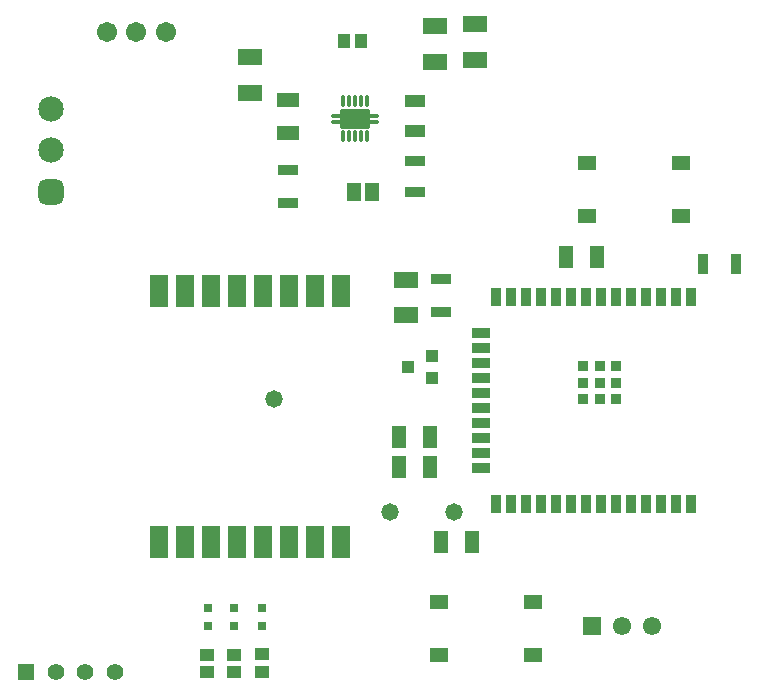
<source format=gts>
%FSTAX23Y23*%
%MOIN*%
%SFA1B1*%

%IPPOS*%
%AMD38*
4,1,8,-0.019500,0.003500,-0.019500,-0.003500,-0.014700,-0.008300,0.014700,-0.008300,0.019500,-0.003500,0.019500,0.003500,0.014700,0.008300,-0.014700,0.008300,-0.019500,0.003500,0.0*
1,1,0.009480,-0.014700,0.003500*
1,1,0.009480,-0.014700,-0.003500*
1,1,0.009480,0.014700,-0.003500*
1,1,0.009480,0.014700,0.003500*
%
%AMD39*
4,1,8,0.003500,0.019500,-0.003500,0.019500,-0.008300,0.014700,-0.008300,-0.014700,-0.003500,-0.019500,0.003500,-0.019500,0.008300,-0.014700,0.008300,0.014700,0.003500,0.019500,0.0*
1,1,0.009480,0.003500,0.014700*
1,1,0.009480,-0.003500,0.014700*
1,1,0.009480,-0.003500,-0.014700*
1,1,0.009480,0.003500,-0.014700*
%
%AMD40*
4,1,8,0.050000,-0.028600,0.050000,0.028600,0.045400,0.033200,-0.045400,0.033200,-0.050000,0.028600,-0.050000,-0.028600,-0.045400,-0.033200,0.045400,-0.033200,0.050000,-0.028600,0.0*
1,1,0.009180,0.045400,-0.028600*
1,1,0.009180,0.045400,0.028600*
1,1,0.009180,-0.045400,0.028600*
1,1,0.009180,-0.045400,-0.028600*
%
%AMD51*
4,1,8,-0.042400,0.019200,-0.042400,-0.019200,-0.019200,-0.042400,0.019200,-0.042400,0.042400,-0.019200,0.042400,0.019200,0.019200,0.042400,-0.019200,0.042400,-0.042400,0.019200,0.0*
1,1,0.046380,-0.019200,0.019200*
1,1,0.046380,-0.019200,-0.019200*
1,1,0.046380,0.019200,-0.019200*
1,1,0.046380,0.019200,0.019200*
%
%ADD17R,0.035430X0.059060*%
%ADD18R,0.059060X0.035430*%
%ADD19R,0.035430X0.035430*%
%ADD20R,0.070870X0.041340*%
%ADD21R,0.065280X0.037640*%
%ADD27R,0.066930X0.037400*%
%ADD28R,0.037400X0.066930*%
%ADD29R,0.031500X0.031500*%
%ADD30R,0.061020X0.051180*%
%ADD34R,0.039610X0.051510*%
%ADD35R,0.078870X0.053280*%
%ADD36R,0.051310X0.074930*%
%ADD37R,0.072960X0.051310*%
G04~CAMADD=38~8~0.0~0.0~165.4~389.8~47.4~0.0~15~0.0~0.0~0.0~0.0~0~0.0~0.0~0.0~0.0~0~0.0~0.0~0.0~90.0~390.0~166.0*
%ADD38D38*%
G04~CAMADD=39~8~0.0~0.0~165.4~389.8~47.4~0.0~15~0.0~0.0~0.0~0.0~0~0.0~0.0~0.0~0.0~0~0.0~0.0~0.0~0.0~165.4~389.8*
%ADD39D39*%
G04~CAMADD=40~8~0.0~0.0~664.7~1000.0~45.9~0.0~15~0.0~0.0~0.0~0.0~0~0.0~0.0~0.0~0.0~0~0.0~0.0~0.0~270.0~1000.0~664.0*
%ADD40D40*%
%ADD41R,0.059180X0.106420*%
%ADD42R,0.043430X0.039500*%
%ADD43R,0.049340X0.043430*%
%ADD44R,0.047370X0.061150*%
%ADD45C,0.055120*%
%ADD46R,0.055120X0.055120*%
%ADD47C,0.067060*%
%ADD48R,0.061020X0.061020*%
%ADD49C,0.061020*%
%ADD50C,0.084770*%
G04~CAMADD=51~8~0.0~0.0~847.7~847.7~231.9~0.0~15~0.0~0.0~0.0~0.0~0~0.0~0.0~0.0~0.0~0~0.0~0.0~0.0~90.0~848.0~848.0*
%ADD51D51*%
%ADD52C,0.058000*%
%ADD53C,0.027690*%
%ADD54C,0.028000*%
%LNmblps_transreceiver_pcb_2-1*%
%LPD*%
G54D17*
X02268Y01365D03*
X02318D03*
X02218D03*
X02168D03*
X02118D03*
X02068D03*
X02018D03*
X01968D03*
X01918D03*
X01868D03*
X01818D03*
X01768D03*
X01718D03*
X01668D03*
Y00676D03*
X01718D03*
X01768D03*
X01818D03*
X01868D03*
X01918D03*
X01968D03*
X02018D03*
X02068D03*
X02118D03*
X02168D03*
X02218D03*
X02268D03*
X02318D03*
G54D18*
X01619Y01245D03*
Y01195D03*
Y01145D03*
Y01095D03*
Y01045D03*
Y00995D03*
Y00945D03*
Y00895D03*
Y00845D03*
Y00795D03*
G54D19*
X0207Y01135D03*
Y0108D03*
Y01025D03*
X02014Y01135D03*
Y0108D03*
Y01025D03*
X01959Y01135D03*
Y0108D03*
Y01025D03*
G54D20*
X014Y0202D03*
Y01919D03*
G54D21*
X014Y01715D03*
Y01819D03*
G54D27*
X01485Y01425D03*
Y01314D03*
X00975Y0179D03*
Y01679D03*
G54D28*
X0247Y01475D03*
X02359D03*
G54D29*
X0071Y0027D03*
Y00329D03*
X0089Y0027D03*
Y00329D03*
X00795Y0027D03*
Y00329D03*
G54D30*
X02286Y01636D03*
X01973D03*
X02286Y01813D03*
X01973D03*
X01791Y00171D03*
X01478D03*
X01791Y00348D03*
X01478D03*
G54D34*
X01218Y0222D03*
X01161D03*
G54D35*
X01465Y02269D03*
Y0215D03*
X016Y02274D03*
Y02155D03*
X0085Y02164D03*
Y02045D03*
X0137Y01423D03*
Y01305D03*
G54D36*
X01447Y009D03*
X01345D03*
X02006Y015D03*
X01903D03*
X01447Y008D03*
X01345D03*
X01587Y0055D03*
X01485D03*
G54D37*
X00975Y01911D03*
Y02023D03*
G54D38*
X0126Y0197D03*
Y0195D03*
X0114Y0197D03*
Y0195D03*
G54D39*
X01239Y01901D03*
X01219D03*
X012D03*
X0118D03*
X0116D03*
Y02018D03*
X0118D03*
X012D03*
X01219D03*
X01239D03*
G54D40*
X012Y0196D03*
G54D41*
X01151Y0055D03*
Y01385D03*
X01064D03*
X00978D03*
X00891D03*
X00804D03*
X00718D03*
X00631D03*
X00545D03*
X01064Y0055D03*
X00978D03*
X00891D03*
X00804D03*
X00718D03*
X00631D03*
X00545D03*
G54D42*
X01376Y01132D03*
X01455Y0117D03*
Y01095D03*
G54D43*
X00705Y00173D03*
Y00116D03*
X0089Y00175D03*
Y00117D03*
X00795Y00173D03*
Y00116D03*
G54D44*
X01254Y01715D03*
X01195D03*
G54D45*
X00398Y00115D03*
X003D03*
X00201D03*
G54D46*
X00103Y00115D03*
G54D47*
X00371Y0225D03*
X0047D03*
X00568D03*
G54D48*
X0199Y0027D03*
G54D49*
X0209Y0027D03*
X0219D03*
G54D50*
X00186Y01855D03*
Y01992D03*
G54D51*
X00186Y01717D03*
G54D52*
X0093Y01025D03*
X01315Y0065D03*
X0153D03*
G54D53*
X0117Y0194D03*
Y01979D03*
X01229D03*
Y0194D03*
G54D54*
X012Y0196D03*
M02*
</source>
